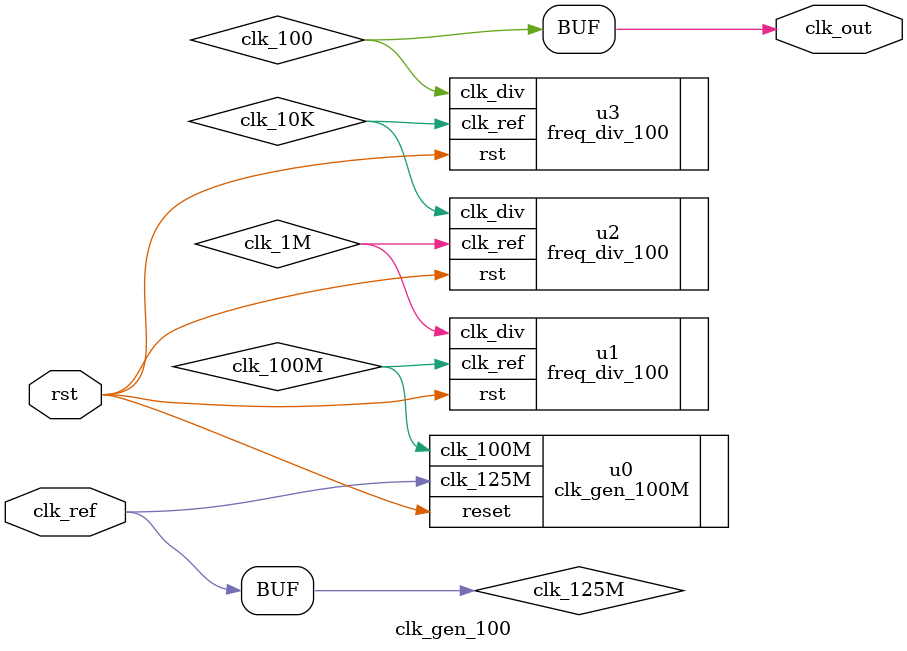
<source format=v>
module clk_gen_100(
    input clk_ref,    // 입력: 시스템의 기준 클럭
    input rst,        // 입력: 리셋 신호
    output clk_out   // 출력: 1Hz 클럭
);

// 내부 와이어 선언
wire clk_125M = clk_ref;                     // 입력 clk_ref에 대한 별칭
wire clk_100M, clk_1M, clk_10K, clk_100, clk_1; // 중간 단계의 클럭들을 저장할 와이어들
                                             // clk_1M: 1MHz, clk_10K: 10kHz, clk_100: 100Hz, clk_1: 1Hz

// 100MHz 클럭 생성 모듈 인스턴스화 
clk_gen_100M u0 (
    .clk_125M(clk_125M), // 125MHz 입력
    .reset(rst),         // 리셋 신호
    .clk_100M(clk_100M)  // 100MHz 출력
);

// 100분주 모듈들을 연속적으로 연결
// 1단계: 100MHz -> 1MHz
freq_div_100 u1 (
    .clk_ref(clk_100M), // 입력: 100MHz
    .rst(rst),
    .clk_div(clk_1M)    // 출력: 1MHz
);

// 2단계: 1MHz -> 10kHz (10,000 Hz)
freq_div_100 u2 (
    .clk_ref(clk_1M),   // 입력: 1MHz
    .rst(rst),
    .clk_div(clk_10K)   // 출력: 10kHz
);

// 3단계: 10kHz -> 100Hz
freq_div_100 u3 (
    .clk_ref(clk_10K),  // 입력: 10kHz
    .rst(rst),
    .clk_div(clk_100)   // 출력: 100Hz
);



// 최종 출력 할당
assign clk_out = clk_100; // 생성된 1Hz 클럭(clk_1)을 모듈의 출력(clk_out)으로 전달

endmodule
</source>
